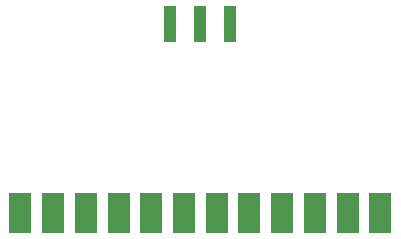
<source format=gbr>
G04 #@! TF.GenerationSoftware,KiCad,Pcbnew,(5.0.0-rc2-dev-231-ge0e0687cd)*
G04 #@! TF.CreationDate,2018-07-23T22:11:46+02:00*
G04 #@! TF.ProjectId,WiFi_Plotter,576946695F506C6F747465722E6B6963,rev?*
G04 #@! TF.SameCoordinates,Original*
G04 #@! TF.FileFunction,Paste,Bot*
G04 #@! TF.FilePolarity,Positive*
%FSLAX46Y46*%
G04 Gerber Fmt 4.6, Leading zero omitted, Abs format (unit mm)*
G04 Created by KiCad (PCBNEW (5.0.0-rc2-dev-231-ge0e0687cd)) date Mon Jul 23 22:11:46 2018*
%MOMM*%
%LPD*%
G01*
G04 APERTURE LIST*
%ADD10R,1.000000X3.150000*%
%ADD11R,1.846667X3.480000*%
G04 APERTURE END LIST*
D10*
X92540000Y-122000000D03*
X90000000Y-122000000D03*
X87460000Y-122000000D03*
D11*
X74765000Y-138000000D03*
X77535000Y-138000000D03*
X80305000Y-138000000D03*
X83075000Y-138000000D03*
X85845000Y-138000000D03*
X88615000Y-138000000D03*
X91385000Y-138000000D03*
X94155000Y-138000000D03*
X96925000Y-138000000D03*
X99695000Y-138000000D03*
X102465000Y-138000000D03*
X105235000Y-138000000D03*
M02*

</source>
